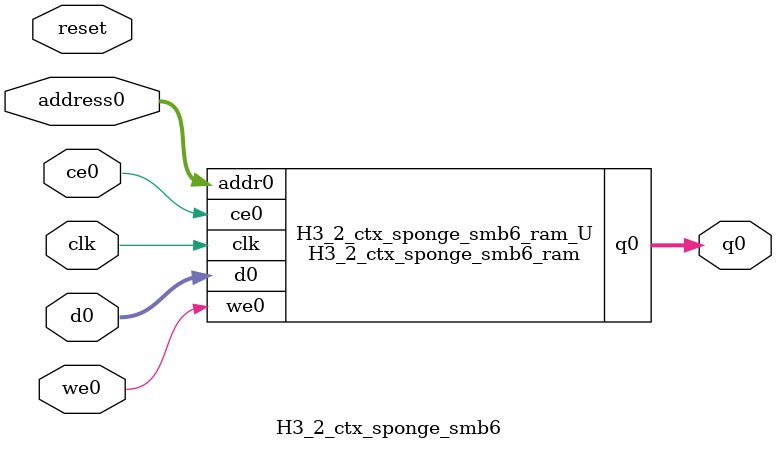
<source format=v>
`timescale 1 ns / 1 ps
module H3_2_ctx_sponge_smb6_ram (addr0, ce0, d0, we0, q0,  clk);

parameter DWIDTH = 8;
parameter AWIDTH = 8;
parameter MEM_SIZE = 200;

input[AWIDTH-1:0] addr0;
input ce0;
input[DWIDTH-1:0] d0;
input we0;
output reg[DWIDTH-1:0] q0;
input clk;

(* ram_style = "block" *)reg [DWIDTH-1:0] ram[0:MEM_SIZE-1];




always @(posedge clk)  
begin 
    if (ce0) begin
        if (we0) 
            ram[addr0] <= d0; 
        q0 <= ram[addr0];
    end
end


endmodule

`timescale 1 ns / 1 ps
module H3_2_ctx_sponge_smb6(
    reset,
    clk,
    address0,
    ce0,
    we0,
    d0,
    q0);

parameter DataWidth = 32'd8;
parameter AddressRange = 32'd200;
parameter AddressWidth = 32'd8;
input reset;
input clk;
input[AddressWidth - 1:0] address0;
input ce0;
input we0;
input[DataWidth - 1:0] d0;
output[DataWidth - 1:0] q0;



H3_2_ctx_sponge_smb6_ram H3_2_ctx_sponge_smb6_ram_U(
    .clk( clk ),
    .addr0( address0 ),
    .ce0( ce0 ),
    .we0( we0 ),
    .d0( d0 ),
    .q0( q0 ));

endmodule


</source>
